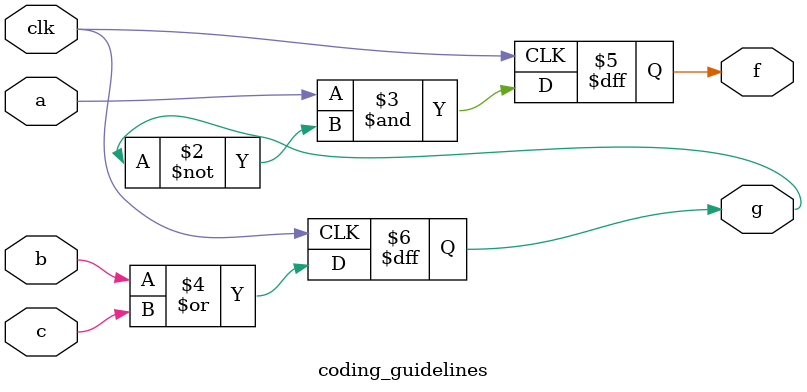
<source format=v>
`timescale 1ns / 1ps


module coding_guidelines(
    input a,
    input b,
    input c,
    input clk,
    output reg f, g //for long way delete reg from this line
    );
    
    reg ag, bc;
    always@(posedge clk)
    begin
        ag = a &~g; //blocking assignment
        f <= ag;
        
        bc = b | c; //blocing assignment
        g <= bc;    
    end
    
    
    
    /*
    //short way: (more error prone)
    always@(posedge clk)
    begin
        f <= a & ~g; // this is current value of g
        g <= b | c; // this is next value of g
    end
    */
    
    
    
    //Long way below
//    reg f_reg, f_next, g_reg, g_next;
    
//    //reg logic
//    always@(posedge clk)
//    begin
//        f_reg <= f_next;
//        g_reg <= g_next;
//    end
    
//    //next state logic
//    always@(a, b, c, g_reg) //sensitivity list includes anything on the right side of the following expressions
//    begin
//        f_next = a & (~g_reg);
//        g_next = b | c;
//    end
    
//    //output logic
//    assign f = f_reg;
//    assign g = g_reg;
    
endmodule

</source>
